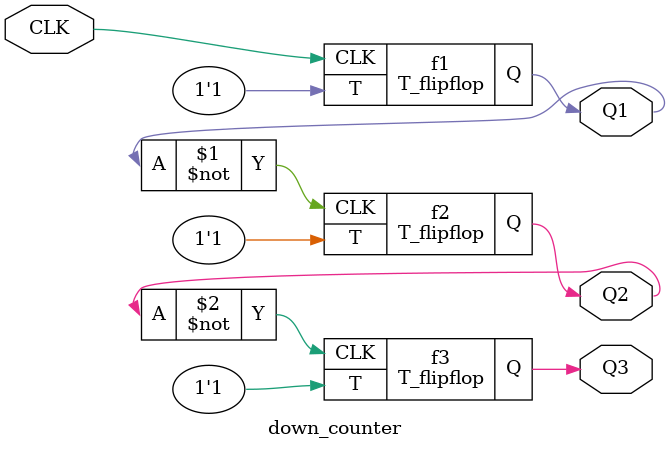
<source format=sv>
module T_flipflop(input T,input CLK, output reg Q );
  initial Q=0;
  always @(negedge CLK) begin
    if(T==0) begin
      Q<=Q;
    end
      else begin
        Q<=~Q;
      end
  end
endmodule


module down_counter(input CLK,output Q1,output Q2, output Q3);
  T_flipflop f1(1'b1,CLK,Q1);
  T_flipflop f2(1'b1,~Q1,Q2);
  T_flipflop f3(1'b1,~Q2,Q3);
endmodule
</source>
